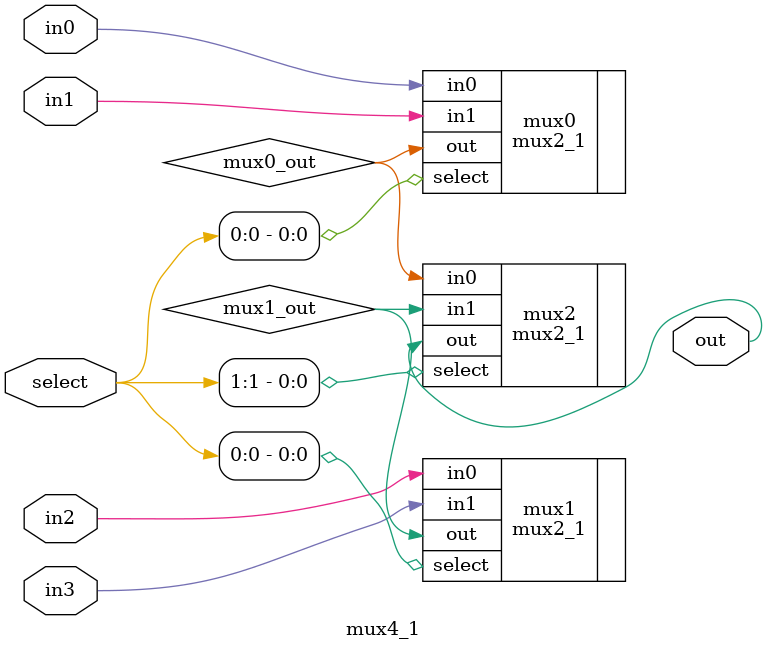
<source format=v>

module mux4_1 (
    input  wire in0,     // Data input 0
    input  wire in1,     // Data input 1
    input  wire in2,     // Data input 2
    input  wire in3,     // Data input 3
    input  wire [1:0] select, // 2-bit select line
    output wire out      // Final output
);

    wire mux0_out, mux1_out;

    // First level of 2-to-1 MUXes
    mux2_1 mux0 (
        .in0(in0),
        .in1(in1),
        .select(select[0]),
        .out(mux0_out)
    );

    mux2_1 mux1 (
        .in0(in2),
        .in1(in3),
        .select(select[0]),
        .out(mux1_out)
    );

    // Second level MUX to select between the outputs of the first level
    mux2_1 mux2 (
        .in0(mux0_out),
        .in1(mux1_out),
        .select(select[1]),
        .out(out)
    );

endmodule

</source>
